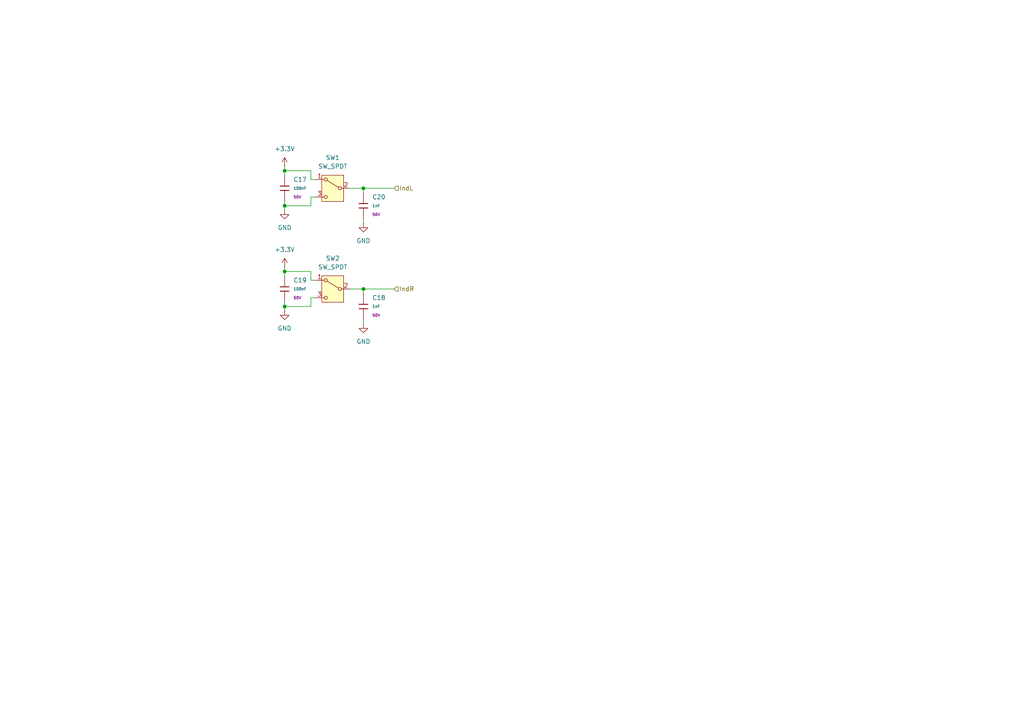
<source format=kicad_sch>
(kicad_sch
	(version 20250114)
	(generator "eeschema")
	(generator_version "9.0")
	(uuid "98d358b0-df4c-460e-af53-7151da8504d4")
	(paper "A4")
	(title_block
		(title "Indicator Switches")
		(date "2025-11-01")
		(rev "0")
		(company "Solar Energy Racers")
	)
	(lib_symbols
		(symbol "PCM_JLCPCB-Capacitors:0603,100nF"
			(pin_numbers
				(hide yes)
			)
			(pin_names
				(offset 0)
			)
			(exclude_from_sim no)
			(in_bom yes)
			(on_board yes)
			(property "Reference" "C"
				(at 2.032 1.668 0)
				(effects
					(font
						(size 1.27 1.27)
					)
					(justify left)
				)
			)
			(property "Value" "100nF"
				(at 2.032 -0.3782 0)
				(effects
					(font
						(size 0.8 0.8)
					)
					(justify left)
				)
			)
			(property "Footprint" "PCM_JLCPCB:C_0603"
				(at -1.778 0 90)
				(effects
					(font
						(size 1.27 1.27)
					)
					(hide yes)
				)
			)
			(property "Datasheet" "https://www.lcsc.com/datasheet/lcsc_datasheet_2211101700_YAGEO-CC0603KRX7R9BB104_C14663.pdf"
				(at 0 0 0)
				(effects
					(font
						(size 1.27 1.27)
					)
					(hide yes)
				)
			)
			(property "Description" "50V 100nF X7R ±10% 0603 Multilayer Ceramic Capacitors MLCC - SMD/SMT ROHS"
				(at 0 0 0)
				(effects
					(font
						(size 1.27 1.27)
					)
					(hide yes)
				)
			)
			(property "LCSC" "C14663"
				(at 0 0 0)
				(effects
					(font
						(size 1.27 1.27)
					)
					(hide yes)
				)
			)
			(property "Stock" "70324515"
				(at 0 0 0)
				(effects
					(font
						(size 1.27 1.27)
					)
					(hide yes)
				)
			)
			(property "Price" "0.006USD"
				(at 0 0 0)
				(effects
					(font
						(size 1.27 1.27)
					)
					(hide yes)
				)
			)
			(property "Process" "SMT"
				(at 0 0 0)
				(effects
					(font
						(size 1.27 1.27)
					)
					(hide yes)
				)
			)
			(property "Minimum Qty" "20"
				(at 0 0 0)
				(effects
					(font
						(size 1.27 1.27)
					)
					(hide yes)
				)
			)
			(property "Attrition Qty" "10"
				(at 0 0 0)
				(effects
					(font
						(size 1.27 1.27)
					)
					(hide yes)
				)
			)
			(property "Class" "Basic Component"
				(at 0 0 0)
				(effects
					(font
						(size 1.27 1.27)
					)
					(hide yes)
				)
			)
			(property "Category" "Capacitors,Multilayer Ceramic Capacitors MLCC - SMD/SMT"
				(at 0 0 0)
				(effects
					(font
						(size 1.27 1.27)
					)
					(hide yes)
				)
			)
			(property "Manufacturer" "YAGEO"
				(at 0 0 0)
				(effects
					(font
						(size 1.27 1.27)
					)
					(hide yes)
				)
			)
			(property "Part" "CC0603KRX7R9BB104"
				(at 0 0 0)
				(effects
					(font
						(size 1.27 1.27)
					)
					(hide yes)
				)
			)
			(property "Voltage Rated" "50V"
				(at 2.032 -2.0462 0)
				(effects
					(font
						(size 0.8 0.8)
					)
					(justify left)
				)
			)
			(property "Tolerance" "±10%"
				(at 0 0 0)
				(effects
					(font
						(size 1.27 1.27)
					)
					(hide yes)
				)
			)
			(property "Capacitance" "100nF"
				(at 0 0 0)
				(effects
					(font
						(size 1.27 1.27)
					)
					(hide yes)
				)
			)
			(property "Temperature Coefficient" "X7R"
				(at 0 0 0)
				(effects
					(font
						(size 1.27 1.27)
					)
					(hide yes)
				)
			)
			(property "ki_fp_filters" "C_*"
				(at 0 0 0)
				(effects
					(font
						(size 1.27 1.27)
					)
					(hide yes)
				)
			)
			(symbol "0603,100nF_0_1"
				(polyline
					(pts
						(xy -1.27 0.635) (xy 1.27 0.635)
					)
					(stroke
						(width 0.254)
						(type default)
					)
					(fill
						(type none)
					)
				)
				(polyline
					(pts
						(xy -1.27 -0.635) (xy 1.27 -0.635)
					)
					(stroke
						(width 0.254)
						(type default)
					)
					(fill
						(type none)
					)
				)
			)
			(symbol "0603,100nF_1_1"
				(pin passive line
					(at 0 3.81 270)
					(length 3.175)
					(name "~"
						(effects
							(font
								(size 1.27 1.27)
							)
						)
					)
					(number "1"
						(effects
							(font
								(size 1.27 1.27)
							)
						)
					)
				)
				(pin passive line
					(at 0 -3.81 90)
					(length 3.175)
					(name "~"
						(effects
							(font
								(size 1.27 1.27)
							)
						)
					)
					(number "2"
						(effects
							(font
								(size 1.27 1.27)
							)
						)
					)
				)
			)
			(embedded_fonts no)
		)
		(symbol "PCM_JLCPCB-Capacitors:0603,1nF"
			(pin_numbers
				(hide yes)
			)
			(pin_names
				(offset 0)
			)
			(exclude_from_sim no)
			(in_bom yes)
			(on_board yes)
			(property "Reference" "C"
				(at 2.032 1.668 0)
				(effects
					(font
						(size 1.27 1.27)
					)
					(justify left)
				)
			)
			(property "Value" "1nF"
				(at 2.032 -0.3782 0)
				(effects
					(font
						(size 0.8 0.8)
					)
					(justify left)
				)
			)
			(property "Footprint" "PCM_JLCPCB:C_0603"
				(at -1.778 0 90)
				(effects
					(font
						(size 1.27 1.27)
					)
					(hide yes)
				)
			)
			(property "Datasheet" "https://www.lcsc.com/datasheet/lcsc_datasheet_2304140030_Samsung-Electro-Mechanics-CL10B102KB8NNNC_C1588.pdf"
				(at 0 0 0)
				(effects
					(font
						(size 1.27 1.27)
					)
					(hide yes)
				)
			)
			(property "Description" "50V 1nF X7R ±10% 0603 Multilayer Ceramic Capacitors MLCC - SMD/SMT ROHS"
				(at 0 0 0)
				(effects
					(font
						(size 1.27 1.27)
					)
					(hide yes)
				)
			)
			(property "LCSC" "C1588"
				(at 0 0 0)
				(effects
					(font
						(size 1.27 1.27)
					)
					(hide yes)
				)
			)
			(property "Stock" "6068974"
				(at 0 0 0)
				(effects
					(font
						(size 1.27 1.27)
					)
					(hide yes)
				)
			)
			(property "Price" "0.006USD"
				(at 0 0 0)
				(effects
					(font
						(size 1.27 1.27)
					)
					(hide yes)
				)
			)
			(property "Process" "SMT"
				(at 0 0 0)
				(effects
					(font
						(size 1.27 1.27)
					)
					(hide yes)
				)
			)
			(property "Minimum Qty" "20"
				(at 0 0 0)
				(effects
					(font
						(size 1.27 1.27)
					)
					(hide yes)
				)
			)
			(property "Attrition Qty" "10"
				(at 0 0 0)
				(effects
					(font
						(size 1.27 1.27)
					)
					(hide yes)
				)
			)
			(property "Class" "Basic Component"
				(at 0 0 0)
				(effects
					(font
						(size 1.27 1.27)
					)
					(hide yes)
				)
			)
			(property "Category" "Capacitors,Multilayer Ceramic Capacitors MLCC - SMD/SMT"
				(at 0 0 0)
				(effects
					(font
						(size 1.27 1.27)
					)
					(hide yes)
				)
			)
			(property "Manufacturer" "Samsung Electro-Mechanics"
				(at 0 0 0)
				(effects
					(font
						(size 1.27 1.27)
					)
					(hide yes)
				)
			)
			(property "Part" "CL10B102KB8NNNC"
				(at 0 0 0)
				(effects
					(font
						(size 1.27 1.27)
					)
					(hide yes)
				)
			)
			(property "Voltage Rated" "50V"
				(at 2.032 -2.0462 0)
				(effects
					(font
						(size 0.8 0.8)
					)
					(justify left)
				)
			)
			(property "Tolerance" "±10%"
				(at 0 0 0)
				(effects
					(font
						(size 1.27 1.27)
					)
					(hide yes)
				)
			)
			(property "Capacitance" "1nF"
				(at 0 0 0)
				(effects
					(font
						(size 1.27 1.27)
					)
					(hide yes)
				)
			)
			(property "Temperature Coefficient" "X7R"
				(at 0 0 0)
				(effects
					(font
						(size 1.27 1.27)
					)
					(hide yes)
				)
			)
			(property "ki_fp_filters" "C_*"
				(at 0 0 0)
				(effects
					(font
						(size 1.27 1.27)
					)
					(hide yes)
				)
			)
			(symbol "0603,1nF_0_1"
				(polyline
					(pts
						(xy -1.27 0.635) (xy 1.27 0.635)
					)
					(stroke
						(width 0.254)
						(type default)
					)
					(fill
						(type none)
					)
				)
				(polyline
					(pts
						(xy -1.27 -0.635) (xy 1.27 -0.635)
					)
					(stroke
						(width 0.254)
						(type default)
					)
					(fill
						(type none)
					)
				)
			)
			(symbol "0603,1nF_1_1"
				(pin passive line
					(at 0 3.81 270)
					(length 3.175)
					(name "~"
						(effects
							(font
								(size 1.27 1.27)
							)
						)
					)
					(number "1"
						(effects
							(font
								(size 1.27 1.27)
							)
						)
					)
				)
				(pin passive line
					(at 0 -3.81 90)
					(length 3.175)
					(name "~"
						(effects
							(font
								(size 1.27 1.27)
							)
						)
					)
					(number "2"
						(effects
							(font
								(size 1.27 1.27)
							)
						)
					)
				)
			)
			(embedded_fonts no)
		)
		(symbol "Switch:SW_SPDT"
			(pin_names
				(offset 0)
				(hide yes)
			)
			(exclude_from_sim no)
			(in_bom yes)
			(on_board yes)
			(property "Reference" "SW"
				(at 0 5.08 0)
				(effects
					(font
						(size 1.27 1.27)
					)
				)
			)
			(property "Value" "SW_SPDT"
				(at 0 -5.08 0)
				(effects
					(font
						(size 1.27 1.27)
					)
				)
			)
			(property "Footprint" ""
				(at 0 0 0)
				(effects
					(font
						(size 1.27 1.27)
					)
					(hide yes)
				)
			)
			(property "Datasheet" "~"
				(at 0 -7.62 0)
				(effects
					(font
						(size 1.27 1.27)
					)
					(hide yes)
				)
			)
			(property "Description" "Switch, single pole double throw"
				(at 0 0 0)
				(effects
					(font
						(size 1.27 1.27)
					)
					(hide yes)
				)
			)
			(property "ki_keywords" "switch single-pole double-throw spdt ON-ON"
				(at 0 0 0)
				(effects
					(font
						(size 1.27 1.27)
					)
					(hide yes)
				)
			)
			(symbol "SW_SPDT_0_1"
				(circle
					(center -2.032 0)
					(radius 0.4572)
					(stroke
						(width 0)
						(type default)
					)
					(fill
						(type none)
					)
				)
				(polyline
					(pts
						(xy -1.651 0.254) (xy 1.651 2.286)
					)
					(stroke
						(width 0)
						(type default)
					)
					(fill
						(type none)
					)
				)
				(circle
					(center 2.032 2.54)
					(radius 0.4572)
					(stroke
						(width 0)
						(type default)
					)
					(fill
						(type none)
					)
				)
				(circle
					(center 2.032 -2.54)
					(radius 0.4572)
					(stroke
						(width 0)
						(type default)
					)
					(fill
						(type none)
					)
				)
			)
			(symbol "SW_SPDT_1_1"
				(rectangle
					(start -3.175 3.81)
					(end 3.175 -3.81)
					(stroke
						(width 0)
						(type default)
					)
					(fill
						(type background)
					)
				)
				(pin passive line
					(at -5.08 0 0)
					(length 2.54)
					(name "B"
						(effects
							(font
								(size 1.27 1.27)
							)
						)
					)
					(number "2"
						(effects
							(font
								(size 1.27 1.27)
							)
						)
					)
				)
				(pin passive line
					(at 5.08 2.54 180)
					(length 2.54)
					(name "A"
						(effects
							(font
								(size 1.27 1.27)
							)
						)
					)
					(number "1"
						(effects
							(font
								(size 1.27 1.27)
							)
						)
					)
				)
				(pin passive line
					(at 5.08 -2.54 180)
					(length 2.54)
					(name "C"
						(effects
							(font
								(size 1.27 1.27)
							)
						)
					)
					(number "3"
						(effects
							(font
								(size 1.27 1.27)
							)
						)
					)
				)
			)
			(embedded_fonts no)
		)
		(symbol "power:+3.3V"
			(power)
			(pin_numbers
				(hide yes)
			)
			(pin_names
				(offset 0)
				(hide yes)
			)
			(exclude_from_sim no)
			(in_bom yes)
			(on_board yes)
			(property "Reference" "#PWR"
				(at 0 -3.81 0)
				(effects
					(font
						(size 1.27 1.27)
					)
					(hide yes)
				)
			)
			(property "Value" "+3.3V"
				(at 0 3.556 0)
				(effects
					(font
						(size 1.27 1.27)
					)
				)
			)
			(property "Footprint" ""
				(at 0 0 0)
				(effects
					(font
						(size 1.27 1.27)
					)
					(hide yes)
				)
			)
			(property "Datasheet" ""
				(at 0 0 0)
				(effects
					(font
						(size 1.27 1.27)
					)
					(hide yes)
				)
			)
			(property "Description" "Power symbol creates a global label with name \"+3.3V\""
				(at 0 0 0)
				(effects
					(font
						(size 1.27 1.27)
					)
					(hide yes)
				)
			)
			(property "ki_keywords" "global power"
				(at 0 0 0)
				(effects
					(font
						(size 1.27 1.27)
					)
					(hide yes)
				)
			)
			(symbol "+3.3V_0_1"
				(polyline
					(pts
						(xy -0.762 1.27) (xy 0 2.54)
					)
					(stroke
						(width 0)
						(type default)
					)
					(fill
						(type none)
					)
				)
				(polyline
					(pts
						(xy 0 2.54) (xy 0.762 1.27)
					)
					(stroke
						(width 0)
						(type default)
					)
					(fill
						(type none)
					)
				)
				(polyline
					(pts
						(xy 0 0) (xy 0 2.54)
					)
					(stroke
						(width 0)
						(type default)
					)
					(fill
						(type none)
					)
				)
			)
			(symbol "+3.3V_1_1"
				(pin power_in line
					(at 0 0 90)
					(length 0)
					(name "~"
						(effects
							(font
								(size 1.27 1.27)
							)
						)
					)
					(number "1"
						(effects
							(font
								(size 1.27 1.27)
							)
						)
					)
				)
			)
			(embedded_fonts no)
		)
		(symbol "power:GND"
			(power)
			(pin_numbers
				(hide yes)
			)
			(pin_names
				(offset 0)
				(hide yes)
			)
			(exclude_from_sim no)
			(in_bom yes)
			(on_board yes)
			(property "Reference" "#PWR"
				(at 0 -6.35 0)
				(effects
					(font
						(size 1.27 1.27)
					)
					(hide yes)
				)
			)
			(property "Value" "GND"
				(at 0 -3.81 0)
				(effects
					(font
						(size 1.27 1.27)
					)
				)
			)
			(property "Footprint" ""
				(at 0 0 0)
				(effects
					(font
						(size 1.27 1.27)
					)
					(hide yes)
				)
			)
			(property "Datasheet" ""
				(at 0 0 0)
				(effects
					(font
						(size 1.27 1.27)
					)
					(hide yes)
				)
			)
			(property "Description" "Power symbol creates a global label with name \"GND\" , ground"
				(at 0 0 0)
				(effects
					(font
						(size 1.27 1.27)
					)
					(hide yes)
				)
			)
			(property "ki_keywords" "global power"
				(at 0 0 0)
				(effects
					(font
						(size 1.27 1.27)
					)
					(hide yes)
				)
			)
			(symbol "GND_0_1"
				(polyline
					(pts
						(xy 0 0) (xy 0 -1.27) (xy 1.27 -1.27) (xy 0 -2.54) (xy -1.27 -1.27) (xy 0 -1.27)
					)
					(stroke
						(width 0)
						(type default)
					)
					(fill
						(type none)
					)
				)
			)
			(symbol "GND_1_1"
				(pin power_in line
					(at 0 0 270)
					(length 0)
					(name "~"
						(effects
							(font
								(size 1.27 1.27)
							)
						)
					)
					(number "1"
						(effects
							(font
								(size 1.27 1.27)
							)
						)
					)
				)
			)
			(embedded_fonts no)
		)
	)
	(junction
		(at 82.55 49.53)
		(diameter 0)
		(color 0 0 0 0)
		(uuid "2cb5ab19-295c-4dff-9c2e-eb7af8f05b30")
	)
	(junction
		(at 82.55 59.69)
		(diameter 0)
		(color 0 0 0 0)
		(uuid "850c1884-6e9a-4784-82ce-c999e34ecbd2")
	)
	(junction
		(at 82.55 88.9)
		(diameter 0)
		(color 0 0 0 0)
		(uuid "c03482f2-7130-4576-8c2d-f486243a3162")
	)
	(junction
		(at 105.41 54.61)
		(diameter 0)
		(color 0 0 0 0)
		(uuid "cd367f38-0795-4293-94f2-ad751f1ef96a")
	)
	(junction
		(at 105.41 83.82)
		(diameter 0)
		(color 0 0 0 0)
		(uuid "d44e4b26-bcd4-47f4-a3e5-2a0e955a6ce2")
	)
	(junction
		(at 82.55 78.74)
		(diameter 0)
		(color 0 0 0 0)
		(uuid "db7ba3ea-2572-4dc1-a67d-8fb7d88d7a9b")
	)
	(wire
		(pts
			(xy 90.17 57.15) (xy 90.17 59.69)
		)
		(stroke
			(width 0)
			(type default)
		)
		(uuid "0a2c6074-4663-4fa8-b76c-da23c6b8957b")
	)
	(wire
		(pts
			(xy 90.17 49.53) (xy 82.55 49.53)
		)
		(stroke
			(width 0)
			(type default)
		)
		(uuid "15fc2667-ece2-442e-888b-0364c976ad03")
	)
	(wire
		(pts
			(xy 91.44 52.07) (xy 90.17 52.07)
		)
		(stroke
			(width 0)
			(type default)
		)
		(uuid "254025f6-e2b9-40d8-b0e9-5fce314fac7f")
	)
	(wire
		(pts
			(xy 101.6 83.82) (xy 105.41 83.82)
		)
		(stroke
			(width 0)
			(type default)
		)
		(uuid "2b5e0099-5bb4-4c31-be76-2e969d6e95ab")
	)
	(wire
		(pts
			(xy 82.55 87.63) (xy 82.55 88.9)
		)
		(stroke
			(width 0)
			(type default)
		)
		(uuid "2dd7c804-06cc-4aad-8410-aa6416879e44")
	)
	(wire
		(pts
			(xy 101.6 54.61) (xy 105.41 54.61)
		)
		(stroke
			(width 0)
			(type default)
		)
		(uuid "359c29c3-466b-498b-93d7-0e2cf4140562")
	)
	(wire
		(pts
			(xy 105.41 54.61) (xy 105.41 55.88)
		)
		(stroke
			(width 0)
			(type default)
		)
		(uuid "362dddea-3a52-4913-9eff-6f64a8e6b6c3")
	)
	(wire
		(pts
			(xy 90.17 81.28) (xy 90.17 78.74)
		)
		(stroke
			(width 0)
			(type default)
		)
		(uuid "39d5a17c-8e8e-45c7-ad4c-1b232d8e5d8e")
	)
	(wire
		(pts
			(xy 90.17 86.36) (xy 90.17 88.9)
		)
		(stroke
			(width 0)
			(type default)
		)
		(uuid "3f8a6618-3a6e-41c7-8998-683d079a24e6")
	)
	(wire
		(pts
			(xy 105.41 63.5) (xy 105.41 64.77)
		)
		(stroke
			(width 0)
			(type default)
		)
		(uuid "3fcfc5a8-f135-41cd-a20c-d79b842048e6")
	)
	(wire
		(pts
			(xy 105.41 83.82) (xy 105.41 85.09)
		)
		(stroke
			(width 0)
			(type default)
		)
		(uuid "482625f4-e155-4b7d-9f0c-6944879c1928")
	)
	(wire
		(pts
			(xy 82.55 58.42) (xy 82.55 59.69)
		)
		(stroke
			(width 0)
			(type default)
		)
		(uuid "550ff55d-ea4d-491a-a56e-0cff4e6f0666")
	)
	(wire
		(pts
			(xy 82.55 48.26) (xy 82.55 49.53)
		)
		(stroke
			(width 0)
			(type default)
		)
		(uuid "67f72451-88af-4b28-9f74-cd51e7bbbba2")
	)
	(wire
		(pts
			(xy 105.41 54.61) (xy 114.3 54.61)
		)
		(stroke
			(width 0)
			(type default)
		)
		(uuid "683740f0-5e1e-418f-9eed-35c4f0604f30")
	)
	(wire
		(pts
			(xy 82.55 78.74) (xy 82.55 80.01)
		)
		(stroke
			(width 0)
			(type default)
		)
		(uuid "68e6ebb6-16e4-4bf4-86b9-674c9c2d7dc6")
	)
	(wire
		(pts
			(xy 105.41 83.82) (xy 114.3 83.82)
		)
		(stroke
			(width 0)
			(type default)
		)
		(uuid "6ec4dc9a-c503-4120-af09-3a0504f891fd")
	)
	(wire
		(pts
			(xy 90.17 59.69) (xy 82.55 59.69)
		)
		(stroke
			(width 0)
			(type default)
		)
		(uuid "98bbca92-fd02-4299-9f85-c59fd73d713f")
	)
	(wire
		(pts
			(xy 82.55 77.47) (xy 82.55 78.74)
		)
		(stroke
			(width 0)
			(type default)
		)
		(uuid "ad159a97-2efc-4260-8a9a-babad1a9139c")
	)
	(wire
		(pts
			(xy 91.44 57.15) (xy 90.17 57.15)
		)
		(stroke
			(width 0)
			(type default)
		)
		(uuid "b6e3b2ce-f186-4027-8e19-76a4f26c824f")
	)
	(wire
		(pts
			(xy 90.17 88.9) (xy 82.55 88.9)
		)
		(stroke
			(width 0)
			(type default)
		)
		(uuid "b98fe547-928f-4c64-aca2-5173dc77f2b1")
	)
	(wire
		(pts
			(xy 82.55 49.53) (xy 82.55 50.8)
		)
		(stroke
			(width 0)
			(type default)
		)
		(uuid "b9a84a5c-6acf-42d8-92c5-43a84d72c66a")
	)
	(wire
		(pts
			(xy 91.44 86.36) (xy 90.17 86.36)
		)
		(stroke
			(width 0)
			(type default)
		)
		(uuid "bee3e1bb-e8b0-4b7b-a138-3a8d4fa2d8b4")
	)
	(wire
		(pts
			(xy 91.44 81.28) (xy 90.17 81.28)
		)
		(stroke
			(width 0)
			(type default)
		)
		(uuid "cad53d4c-346f-4788-b4a2-8a4575f599b1")
	)
	(wire
		(pts
			(xy 105.41 92.71) (xy 105.41 93.98)
		)
		(stroke
			(width 0)
			(type default)
		)
		(uuid "e002eeb4-c23c-4fe9-a646-30ebf2d1a798")
	)
	(wire
		(pts
			(xy 90.17 52.07) (xy 90.17 49.53)
		)
		(stroke
			(width 0)
			(type default)
		)
		(uuid "e1406b9c-0ba5-4277-b390-b6efb855980e")
	)
	(wire
		(pts
			(xy 90.17 78.74) (xy 82.55 78.74)
		)
		(stroke
			(width 0)
			(type default)
		)
		(uuid "e1e27636-8ed0-4935-a9ae-f4acafcfa233")
	)
	(wire
		(pts
			(xy 82.55 88.9) (xy 82.55 90.17)
		)
		(stroke
			(width 0)
			(type default)
		)
		(uuid "ec08e105-f0f5-4a33-b0ca-6fb7336bf539")
	)
	(wire
		(pts
			(xy 82.55 59.69) (xy 82.55 60.96)
		)
		(stroke
			(width 0)
			(type default)
		)
		(uuid "ed7c7544-67a1-4933-bbfb-dfdd4019aa58")
	)
	(hierarchical_label "IndL"
		(shape input)
		(at 114.3 54.61 0)
		(effects
			(font
				(size 1.27 1.27)
			)
			(justify left)
		)
		(uuid "53466cf5-de3f-40cd-9829-e8ab7ac1e84d")
	)
	(hierarchical_label "IndR"
		(shape input)
		(at 114.3 83.82 0)
		(effects
			(font
				(size 1.27 1.27)
			)
			(justify left)
		)
		(uuid "c1ac2b4e-9132-4437-97fe-91a070c129d8")
	)
	(symbol
		(lib_id "PCM_JLCPCB-Capacitors:0603,100nF")
		(at 82.55 54.61 0)
		(unit 1)
		(exclude_from_sim no)
		(in_bom yes)
		(on_board yes)
		(dnp no)
		(fields_autoplaced yes)
		(uuid "085a427c-afde-4f30-b0c2-648aca603c4f")
		(property "Reference" "C17"
			(at 85.09 52.0699 0)
			(effects
				(font
					(size 1.27 1.27)
				)
				(justify left)
			)
		)
		(property "Value" "100nF"
			(at 85.09 54.61 0)
			(effects
				(font
					(size 0.8 0.8)
				)
				(justify left)
			)
		)
		(property "Footprint" "PCM_JLCPCB:C_0603"
			(at 80.772 54.61 90)
			(effects
				(font
					(size 1.27 1.27)
				)
				(hide yes)
			)
		)
		(property "Datasheet" "https://www.lcsc.com/datasheet/lcsc_datasheet_2211101700_YAGEO-CC0603KRX7R9BB104_C14663.pdf"
			(at 82.55 54.61 0)
			(effects
				(font
					(size 1.27 1.27)
				)
				(hide yes)
			)
		)
		(property "Description" "50V 100nF X7R ±10% 0603 Multilayer Ceramic Capacitors MLCC - SMD/SMT ROHS"
			(at 82.55 54.61 0)
			(effects
				(font
					(size 1.27 1.27)
				)
				(hide yes)
			)
		)
		(property "LCSC" "C14663"
			(at 82.55 54.61 0)
			(effects
				(font
					(size 1.27 1.27)
				)
				(hide yes)
			)
		)
		(property "Stock" "70324515"
			(at 82.55 54.61 0)
			(effects
				(font
					(size 1.27 1.27)
				)
				(hide yes)
			)
		)
		(property "Price" "0.006USD"
			(at 82.55 54.61 0)
			(effects
				(font
					(size 1.27 1.27)
				)
				(hide yes)
			)
		)
		(property "Process" "SMT"
			(at 82.55 54.61 0)
			(effects
				(font
					(size 1.27 1.27)
				)
				(hide yes)
			)
		)
		(property "Minimum Qty" "20"
			(at 82.55 54.61 0)
			(effects
				(font
					(size 1.27 1.27)
				)
				(hide yes)
			)
		)
		(property "Attrition Qty" "10"
			(at 82.55 54.61 0)
			(effects
				(font
					(size 1.27 1.27)
				)
				(hide yes)
			)
		)
		(property "Class" "Basic Component"
			(at 82.55 54.61 0)
			(effects
				(font
					(size 1.27 1.27)
				)
				(hide yes)
			)
		)
		(property "Category" "Capacitors,Multilayer Ceramic Capacitors MLCC - SMD/SMT"
			(at 82.55 54.61 0)
			(effects
				(font
					(size 1.27 1.27)
				)
				(hide yes)
			)
		)
		(property "Manufacturer" "YAGEO"
			(at 82.55 54.61 0)
			(effects
				(font
					(size 1.27 1.27)
				)
				(hide yes)
			)
		)
		(property "Part" "CC0603KRX7R9BB104"
			(at 82.55 54.61 0)
			(effects
				(font
					(size 1.27 1.27)
				)
				(hide yes)
			)
		)
		(property "Voltage Rated" "50V"
			(at 85.09 57.15 0)
			(effects
				(font
					(size 0.8 0.8)
				)
				(justify left)
			)
		)
		(property "Tolerance" "±10%"
			(at 82.55 54.61 0)
			(effects
				(font
					(size 1.27 1.27)
				)
				(hide yes)
			)
		)
		(property "Capacitance" "100nF"
			(at 82.55 54.61 0)
			(effects
				(font
					(size 1.27 1.27)
				)
				(hide yes)
			)
		)
		(property "Temperature Coefficient" "X7R"
			(at 82.55 54.61 0)
			(effects
				(font
					(size 1.27 1.27)
				)
				(hide yes)
			)
		)
		(pin "1"
			(uuid "9c67149a-3a38-4536-89be-5ec56a857437")
		)
		(pin "2"
			(uuid "88f35478-4da1-42af-9065-e9ec492cf8d5")
		)
		(instances
			(project ""
				(path "/9544068f-39f5-4662-8d0e-f77047cf820d/9727e43e-2f51-45d9-b36b-b3f69f68309a"
					(reference "C17")
					(unit 1)
				)
			)
		)
	)
	(symbol
		(lib_id "PCM_JLCPCB-Capacitors:0603,1nF")
		(at 105.41 59.69 0)
		(unit 1)
		(exclude_from_sim no)
		(in_bom yes)
		(on_board yes)
		(dnp no)
		(fields_autoplaced yes)
		(uuid "46313955-74f7-4bd8-89a4-7150e1c64c6f")
		(property "Reference" "C20"
			(at 107.95 57.1499 0)
			(effects
				(font
					(size 1.27 1.27)
				)
				(justify left)
			)
		)
		(property "Value" "1nF"
			(at 107.95 59.69 0)
			(effects
				(font
					(size 0.8 0.8)
				)
				(justify left)
			)
		)
		(property "Footprint" "PCM_JLCPCB:C_0603"
			(at 103.632 59.69 90)
			(effects
				(font
					(size 1.27 1.27)
				)
				(hide yes)
			)
		)
		(property "Datasheet" "https://www.lcsc.com/datasheet/lcsc_datasheet_2304140030_Samsung-Electro-Mechanics-CL10B102KB8NNNC_C1588.pdf"
			(at 105.41 59.69 0)
			(effects
				(font
					(size 1.27 1.27)
				)
				(hide yes)
			)
		)
		(property "Description" "50V 1nF X7R ±10% 0603 Multilayer Ceramic Capacitors MLCC - SMD/SMT ROHS"
			(at 105.41 59.69 0)
			(effects
				(font
					(size 1.27 1.27)
				)
				(hide yes)
			)
		)
		(property "LCSC" "C1588"
			(at 105.41 59.69 0)
			(effects
				(font
					(size 1.27 1.27)
				)
				(hide yes)
			)
		)
		(property "Stock" "6068974"
			(at 105.41 59.69 0)
			(effects
				(font
					(size 1.27 1.27)
				)
				(hide yes)
			)
		)
		(property "Price" "0.006USD"
			(at 105.41 59.69 0)
			(effects
				(font
					(size 1.27 1.27)
				)
				(hide yes)
			)
		)
		(property "Process" "SMT"
			(at 105.41 59.69 0)
			(effects
				(font
					(size 1.27 1.27)
				)
				(hide yes)
			)
		)
		(property "Minimum Qty" "20"
			(at 105.41 59.69 0)
			(effects
				(font
					(size 1.27 1.27)
				)
				(hide yes)
			)
		)
		(property "Attrition Qty" "10"
			(at 105.41 59.69 0)
			(effects
				(font
					(size 1.27 1.27)
				)
				(hide yes)
			)
		)
		(property "Class" "Basic Component"
			(at 105.41 59.69 0)
			(effects
				(font
					(size 1.27 1.27)
				)
				(hide yes)
			)
		)
		(property "Category" "Capacitors,Multilayer Ceramic Capacitors MLCC - SMD/SMT"
			(at 105.41 59.69 0)
			(effects
				(font
					(size 1.27 1.27)
				)
				(hide yes)
			)
		)
		(property "Manufacturer" "Samsung Electro-Mechanics"
			(at 105.41 59.69 0)
			(effects
				(font
					(size 1.27 1.27)
				)
				(hide yes)
			)
		)
		(property "Part" "CL10B102KB8NNNC"
			(at 105.41 59.69 0)
			(effects
				(font
					(size 1.27 1.27)
				)
				(hide yes)
			)
		)
		(property "Voltage Rated" "50V"
			(at 107.95 62.23 0)
			(effects
				(font
					(size 0.8 0.8)
				)
				(justify left)
			)
		)
		(property "Tolerance" "±10%"
			(at 105.41 59.69 0)
			(effects
				(font
					(size 1.27 1.27)
				)
				(hide yes)
			)
		)
		(property "Capacitance" "1nF"
			(at 105.41 59.69 0)
			(effects
				(font
					(size 1.27 1.27)
				)
				(hide yes)
			)
		)
		(property "Temperature Coefficient" "X7R"
			(at 105.41 59.69 0)
			(effects
				(font
					(size 1.27 1.27)
				)
				(hide yes)
			)
		)
		(pin "1"
			(uuid "0ae6dfbc-d073-4541-a08b-425520c26e12")
		)
		(pin "2"
			(uuid "2fa27dca-59f3-4007-9b0a-3fbd9e2be336")
		)
		(instances
			(project ""
				(path "/9544068f-39f5-4662-8d0e-f77047cf820d/9727e43e-2f51-45d9-b36b-b3f69f68309a"
					(reference "C20")
					(unit 1)
				)
			)
		)
	)
	(symbol
		(lib_id "PCM_JLCPCB-Capacitors:0603,1nF")
		(at 105.41 88.9 0)
		(unit 1)
		(exclude_from_sim no)
		(in_bom yes)
		(on_board yes)
		(dnp no)
		(fields_autoplaced yes)
		(uuid "49afca42-130e-41cd-8f09-df8721e2f1ba")
		(property "Reference" "C18"
			(at 107.95 86.3599 0)
			(effects
				(font
					(size 1.27 1.27)
				)
				(justify left)
			)
		)
		(property "Value" "1nF"
			(at 107.95 88.9 0)
			(effects
				(font
					(size 0.8 0.8)
				)
				(justify left)
			)
		)
		(property "Footprint" "PCM_JLCPCB:C_0603"
			(at 103.632 88.9 90)
			(effects
				(font
					(size 1.27 1.27)
				)
				(hide yes)
			)
		)
		(property "Datasheet" "https://www.lcsc.com/datasheet/lcsc_datasheet_2304140030_Samsung-Electro-Mechanics-CL10B102KB8NNNC_C1588.pdf"
			(at 105.41 88.9 0)
			(effects
				(font
					(size 1.27 1.27)
				)
				(hide yes)
			)
		)
		(property "Description" "50V 1nF X7R ±10% 0603 Multilayer Ceramic Capacitors MLCC - SMD/SMT ROHS"
			(at 105.41 88.9 0)
			(effects
				(font
					(size 1.27 1.27)
				)
				(hide yes)
			)
		)
		(property "LCSC" "C1588"
			(at 105.41 88.9 0)
			(effects
				(font
					(size 1.27 1.27)
				)
				(hide yes)
			)
		)
		(property "Stock" "6068974"
			(at 105.41 88.9 0)
			(effects
				(font
					(size 1.27 1.27)
				)
				(hide yes)
			)
		)
		(property "Price" "0.006USD"
			(at 105.41 88.9 0)
			(effects
				(font
					(size 1.27 1.27)
				)
				(hide yes)
			)
		)
		(property "Process" "SMT"
			(at 105.41 88.9 0)
			(effects
				(font
					(size 1.27 1.27)
				)
				(hide yes)
			)
		)
		(property "Minimum Qty" "20"
			(at 105.41 88.9 0)
			(effects
				(font
					(size 1.27 1.27)
				)
				(hide yes)
			)
		)
		(property "Attrition Qty" "10"
			(at 105.41 88.9 0)
			(effects
				(font
					(size 1.27 1.27)
				)
				(hide yes)
			)
		)
		(property "Class" "Basic Component"
			(at 105.41 88.9 0)
			(effects
				(font
					(size 1.27 1.27)
				)
				(hide yes)
			)
		)
		(property "Category" "Capacitors,Multilayer Ceramic Capacitors MLCC - SMD/SMT"
			(at 105.41 88.9 0)
			(effects
				(font
					(size 1.27 1.27)
				)
				(hide yes)
			)
		)
		(property "Manufacturer" "Samsung Electro-Mechanics"
			(at 105.41 88.9 0)
			(effects
				(font
					(size 1.27 1.27)
				)
				(hide yes)
			)
		)
		(property "Part" "CL10B102KB8NNNC"
			(at 105.41 88.9 0)
			(effects
				(font
					(size 1.27 1.27)
				)
				(hide yes)
			)
		)
		(property "Voltage Rated" "50V"
			(at 107.95 91.44 0)
			(effects
				(font
					(size 0.8 0.8)
				)
				(justify left)
			)
		)
		(property "Tolerance" "±10%"
			(at 105.41 88.9 0)
			(effects
				(font
					(size 1.27 1.27)
				)
				(hide yes)
			)
		)
		(property "Capacitance" "1nF"
			(at 105.41 88.9 0)
			(effects
				(font
					(size 1.27 1.27)
				)
				(hide yes)
			)
		)
		(property "Temperature Coefficient" "X7R"
			(at 105.41 88.9 0)
			(effects
				(font
					(size 1.27 1.27)
				)
				(hide yes)
			)
		)
		(pin "1"
			(uuid "0ae6dfbc-d073-4541-a08b-425520c26e13")
		)
		(pin "2"
			(uuid "2fa27dca-59f3-4007-9b0a-3fbd9e2be337")
		)
		(instances
			(project ""
				(path "/9544068f-39f5-4662-8d0e-f77047cf820d/9727e43e-2f51-45d9-b36b-b3f69f68309a"
					(reference "C18")
					(unit 1)
				)
			)
		)
	)
	(symbol
		(lib_id "power:GND")
		(at 105.41 64.77 0)
		(unit 1)
		(exclude_from_sim no)
		(in_bom yes)
		(on_board yes)
		(dnp no)
		(fields_autoplaced yes)
		(uuid "51b36792-5ca1-499c-a12e-b5a3e5d03138")
		(property "Reference" "#PWR074"
			(at 105.41 71.12 0)
			(effects
				(font
					(size 1.27 1.27)
				)
				(hide yes)
			)
		)
		(property "Value" "GND"
			(at 105.41 69.85 0)
			(effects
				(font
					(size 1.27 1.27)
				)
			)
		)
		(property "Footprint" ""
			(at 105.41 64.77 0)
			(effects
				(font
					(size 1.27 1.27)
				)
				(hide yes)
			)
		)
		(property "Datasheet" ""
			(at 105.41 64.77 0)
			(effects
				(font
					(size 1.27 1.27)
				)
				(hide yes)
			)
		)
		(property "Description" "Power symbol creates a global label with name \"GND\" , ground"
			(at 105.41 64.77 0)
			(effects
				(font
					(size 1.27 1.27)
				)
				(hide yes)
			)
		)
		(pin "1"
			(uuid "cbfa73cf-d8ab-4c38-a9fd-ac1f2ba39c28")
		)
		(instances
			(project "AuxController"
				(path "/9544068f-39f5-4662-8d0e-f77047cf820d/9727e43e-2f51-45d9-b36b-b3f69f68309a"
					(reference "#PWR074")
					(unit 1)
				)
			)
		)
	)
	(symbol
		(lib_id "power:GND")
		(at 82.55 90.17 0)
		(unit 1)
		(exclude_from_sim no)
		(in_bom yes)
		(on_board yes)
		(dnp no)
		(fields_autoplaced yes)
		(uuid "52fd5463-9ed7-4e29-a203-340c926c34e1")
		(property "Reference" "#PWR076"
			(at 82.55 96.52 0)
			(effects
				(font
					(size 1.27 1.27)
				)
				(hide yes)
			)
		)
		(property "Value" "GND"
			(at 82.55 95.25 0)
			(effects
				(font
					(size 1.27 1.27)
				)
			)
		)
		(property "Footprint" ""
			(at 82.55 90.17 0)
			(effects
				(font
					(size 1.27 1.27)
				)
				(hide yes)
			)
		)
		(property "Datasheet" ""
			(at 82.55 90.17 0)
			(effects
				(font
					(size 1.27 1.27)
				)
				(hide yes)
			)
		)
		(property "Description" "Power symbol creates a global label with name \"GND\" , ground"
			(at 82.55 90.17 0)
			(effects
				(font
					(size 1.27 1.27)
				)
				(hide yes)
			)
		)
		(pin "1"
			(uuid "d4a201f5-1024-451e-b0d5-d091dc6f66e3")
		)
		(instances
			(project "AuxController"
				(path "/9544068f-39f5-4662-8d0e-f77047cf820d/9727e43e-2f51-45d9-b36b-b3f69f68309a"
					(reference "#PWR076")
					(unit 1)
				)
			)
		)
	)
	(symbol
		(lib_id "power:GND")
		(at 105.41 93.98 0)
		(unit 1)
		(exclude_from_sim no)
		(in_bom yes)
		(on_board yes)
		(dnp no)
		(fields_autoplaced yes)
		(uuid "5aaf39e3-87af-4a28-8215-3ba266dd141a")
		(property "Reference" "#PWR077"
			(at 105.41 100.33 0)
			(effects
				(font
					(size 1.27 1.27)
				)
				(hide yes)
			)
		)
		(property "Value" "GND"
			(at 105.41 99.06 0)
			(effects
				(font
					(size 1.27 1.27)
				)
			)
		)
		(property "Footprint" ""
			(at 105.41 93.98 0)
			(effects
				(font
					(size 1.27 1.27)
				)
				(hide yes)
			)
		)
		(property "Datasheet" ""
			(at 105.41 93.98 0)
			(effects
				(font
					(size 1.27 1.27)
				)
				(hide yes)
			)
		)
		(property "Description" "Power symbol creates a global label with name \"GND\" , ground"
			(at 105.41 93.98 0)
			(effects
				(font
					(size 1.27 1.27)
				)
				(hide yes)
			)
		)
		(pin "1"
			(uuid "7f5715a9-0d91-4dab-86dd-3207e621c8b1")
		)
		(instances
			(project "AuxController"
				(path "/9544068f-39f5-4662-8d0e-f77047cf820d/9727e43e-2f51-45d9-b36b-b3f69f68309a"
					(reference "#PWR077")
					(unit 1)
				)
			)
		)
	)
	(symbol
		(lib_id "PCM_JLCPCB-Capacitors:0603,100nF")
		(at 82.55 83.82 0)
		(unit 1)
		(exclude_from_sim no)
		(in_bom yes)
		(on_board yes)
		(dnp no)
		(fields_autoplaced yes)
		(uuid "6ccce8d0-4a67-4338-a72a-5e8d0f5647ff")
		(property "Reference" "C19"
			(at 85.09 81.2799 0)
			(effects
				(font
					(size 1.27 1.27)
				)
				(justify left)
			)
		)
		(property "Value" "100nF"
			(at 85.09 83.82 0)
			(effects
				(font
					(size 0.8 0.8)
				)
				(justify left)
			)
		)
		(property "Footprint" "PCM_JLCPCB:C_0603"
			(at 80.772 83.82 90)
			(effects
				(font
					(size 1.27 1.27)
				)
				(hide yes)
			)
		)
		(property "Datasheet" "https://www.lcsc.com/datasheet/lcsc_datasheet_2211101700_YAGEO-CC0603KRX7R9BB104_C14663.pdf"
			(at 82.55 83.82 0)
			(effects
				(font
					(size 1.27 1.27)
				)
				(hide yes)
			)
		)
		(property "Description" "50V 100nF X7R ±10% 0603 Multilayer Ceramic Capacitors MLCC - SMD/SMT ROHS"
			(at 82.55 83.82 0)
			(effects
				(font
					(size 1.27 1.27)
				)
				(hide yes)
			)
		)
		(property "LCSC" "C14663"
			(at 82.55 83.82 0)
			(effects
				(font
					(size 1.27 1.27)
				)
				(hide yes)
			)
		)
		(property "Stock" "70324515"
			(at 82.55 83.82 0)
			(effects
				(font
					(size 1.27 1.27)
				)
				(hide yes)
			)
		)
		(property "Price" "0.006USD"
			(at 82.55 83.82 0)
			(effects
				(font
					(size 1.27 1.27)
				)
				(hide yes)
			)
		)
		(property "Process" "SMT"
			(at 82.55 83.82 0)
			(effects
				(font
					(size 1.27 1.27)
				)
				(hide yes)
			)
		)
		(property "Minimum Qty" "20"
			(at 82.55 83.82 0)
			(effects
				(font
					(size 1.27 1.27)
				)
				(hide yes)
			)
		)
		(property "Attrition Qty" "10"
			(at 82.55 83.82 0)
			(effects
				(font
					(size 1.27 1.27)
				)
				(hide yes)
			)
		)
		(property "Class" "Basic Component"
			(at 82.55 83.82 0)
			(effects
				(font
					(size 1.27 1.27)
				)
				(hide yes)
			)
		)
		(property "Category" "Capacitors,Multilayer Ceramic Capacitors MLCC - SMD/SMT"
			(at 82.55 83.82 0)
			(effects
				(font
					(size 1.27 1.27)
				)
				(hide yes)
			)
		)
		(property "Manufacturer" "YAGEO"
			(at 82.55 83.82 0)
			(effects
				(font
					(size 1.27 1.27)
				)
				(hide yes)
			)
		)
		(property "Part" "CC0603KRX7R9BB104"
			(at 82.55 83.82 0)
			(effects
				(font
					(size 1.27 1.27)
				)
				(hide yes)
			)
		)
		(property "Voltage Rated" "50V"
			(at 85.09 86.36 0)
			(effects
				(font
					(size 0.8 0.8)
				)
				(justify left)
			)
		)
		(property "Tolerance" "±10%"
			(at 82.55 83.82 0)
			(effects
				(font
					(size 1.27 1.27)
				)
				(hide yes)
			)
		)
		(property "Capacitance" "100nF"
			(at 82.55 83.82 0)
			(effects
				(font
					(size 1.27 1.27)
				)
				(hide yes)
			)
		)
		(property "Temperature Coefficient" "X7R"
			(at 82.55 83.82 0)
			(effects
				(font
					(size 1.27 1.27)
				)
				(hide yes)
			)
		)
		(pin "1"
			(uuid "fce39af6-cf3f-489c-99c4-ba4a71a0380d")
		)
		(pin "2"
			(uuid "53713166-0ab1-4600-b987-55a343220b26")
		)
		(instances
			(project "AuxController"
				(path "/9544068f-39f5-4662-8d0e-f77047cf820d/9727e43e-2f51-45d9-b36b-b3f69f68309a"
					(reference "C19")
					(unit 1)
				)
			)
		)
	)
	(symbol
		(lib_id "power:+3.3V")
		(at 82.55 48.26 0)
		(unit 1)
		(exclude_from_sim no)
		(in_bom yes)
		(on_board yes)
		(dnp no)
		(fields_autoplaced yes)
		(uuid "6f913334-9d1e-49e9-847d-e31463b71bd3")
		(property "Reference" "#PWR072"
			(at 82.55 52.07 0)
			(effects
				(font
					(size 1.27 1.27)
				)
				(hide yes)
			)
		)
		(property "Value" "+3.3V"
			(at 82.55 43.18 0)
			(effects
				(font
					(size 1.27 1.27)
				)
			)
		)
		(property "Footprint" ""
			(at 82.55 48.26 0)
			(effects
				(font
					(size 1.27 1.27)
				)
				(hide yes)
			)
		)
		(property "Datasheet" ""
			(at 82.55 48.26 0)
			(effects
				(font
					(size 1.27 1.27)
				)
				(hide yes)
			)
		)
		(property "Description" "Power symbol creates a global label with name \"+3.3V\""
			(at 82.55 48.26 0)
			(effects
				(font
					(size 1.27 1.27)
				)
				(hide yes)
			)
		)
		(pin "1"
			(uuid "76c60a4d-2b72-481b-a17c-f93e4fee5e9b")
		)
		(instances
			(project "AuxController"
				(path "/9544068f-39f5-4662-8d0e-f77047cf820d/9727e43e-2f51-45d9-b36b-b3f69f68309a"
					(reference "#PWR072")
					(unit 1)
				)
			)
		)
	)
	(symbol
		(lib_id "Switch:SW_SPDT")
		(at 96.52 83.82 0)
		(mirror y)
		(unit 1)
		(exclude_from_sim no)
		(in_bom yes)
		(on_board yes)
		(dnp no)
		(uuid "a12a4193-b292-4d75-831c-f0f3e84deed1")
		(property "Reference" "SW2"
			(at 96.52 74.93 0)
			(effects
				(font
					(size 1.27 1.27)
				)
			)
		)
		(property "Value" "SW_SPDT"
			(at 96.52 77.47 0)
			(effects
				(font
					(size 1.27 1.27)
				)
			)
		)
		(property "Footprint" "Connector_PinHeader_2.54mm:PinHeader_1x03_P2.54mm_Vertical"
			(at 96.52 83.82 0)
			(effects
				(font
					(size 1.27 1.27)
				)
				(hide yes)
			)
		)
		(property "Datasheet" "~"
			(at 96.52 91.44 0)
			(effects
				(font
					(size 1.27 1.27)
				)
				(hide yes)
			)
		)
		(property "Description" "Switch, single pole double throw"
			(at 96.52 83.82 0)
			(effects
				(font
					(size 1.27 1.27)
				)
				(hide yes)
			)
		)
		(pin "2"
			(uuid "81d532ed-c0f3-4d26-b9a9-9d7e642934d8")
		)
		(pin "3"
			(uuid "dc017bd0-a935-4335-8325-a9d7adb18d40")
		)
		(pin "1"
			(uuid "08d6d1fd-d9a2-4acc-87bc-eba88f8e46d5")
		)
		(instances
			(project "AuxController"
				(path "/9544068f-39f5-4662-8d0e-f77047cf820d/9727e43e-2f51-45d9-b36b-b3f69f68309a"
					(reference "SW2")
					(unit 1)
				)
			)
		)
	)
	(symbol
		(lib_id "power:+3.3V")
		(at 82.55 77.47 0)
		(unit 1)
		(exclude_from_sim no)
		(in_bom yes)
		(on_board yes)
		(dnp no)
		(fields_autoplaced yes)
		(uuid "be9e546e-3d25-4c88-9507-24a4053f0376")
		(property "Reference" "#PWR075"
			(at 82.55 81.28 0)
			(effects
				(font
					(size 1.27 1.27)
				)
				(hide yes)
			)
		)
		(property "Value" "+3.3V"
			(at 82.55 72.39 0)
			(effects
				(font
					(size 1.27 1.27)
				)
			)
		)
		(property "Footprint" ""
			(at 82.55 77.47 0)
			(effects
				(font
					(size 1.27 1.27)
				)
				(hide yes)
			)
		)
		(property "Datasheet" ""
			(at 82.55 77.47 0)
			(effects
				(font
					(size 1.27 1.27)
				)
				(hide yes)
			)
		)
		(property "Description" "Power symbol creates a global label with name \"+3.3V\""
			(at 82.55 77.47 0)
			(effects
				(font
					(size 1.27 1.27)
				)
				(hide yes)
			)
		)
		(pin "1"
			(uuid "2e7e4c0d-b631-497d-8b9b-ced6bcdb695d")
		)
		(instances
			(project "AuxController"
				(path "/9544068f-39f5-4662-8d0e-f77047cf820d/9727e43e-2f51-45d9-b36b-b3f69f68309a"
					(reference "#PWR075")
					(unit 1)
				)
			)
		)
	)
	(symbol
		(lib_id "Switch:SW_SPDT")
		(at 96.52 54.61 0)
		(mirror y)
		(unit 1)
		(exclude_from_sim no)
		(in_bom yes)
		(on_board yes)
		(dnp no)
		(uuid "e455f6a7-e292-4260-bc4a-18cfdb28e981")
		(property "Reference" "SW1"
			(at 96.52 45.72 0)
			(effects
				(font
					(size 1.27 1.27)
				)
			)
		)
		(property "Value" "SW_SPDT"
			(at 96.52 48.26 0)
			(effects
				(font
					(size 1.27 1.27)
				)
			)
		)
		(property "Footprint" "Connector_PinHeader_2.54mm:PinHeader_1x03_P2.54mm_Vertical"
			(at 96.52 54.61 0)
			(effects
				(font
					(size 1.27 1.27)
				)
				(hide yes)
			)
		)
		(property "Datasheet" "~"
			(at 96.52 62.23 0)
			(effects
				(font
					(size 1.27 1.27)
				)
				(hide yes)
			)
		)
		(property "Description" "Switch, single pole double throw"
			(at 96.52 54.61 0)
			(effects
				(font
					(size 1.27 1.27)
				)
				(hide yes)
			)
		)
		(pin "2"
			(uuid "0fa2b1b5-8160-481e-8152-44a559b2b990")
		)
		(pin "3"
			(uuid "432e917e-9873-4908-9ddd-dce8d654c3ae")
		)
		(pin "1"
			(uuid "bff7aee1-0d3b-4a5a-9946-05c50475d8cd")
		)
		(instances
			(project ""
				(path "/9544068f-39f5-4662-8d0e-f77047cf820d/9727e43e-2f51-45d9-b36b-b3f69f68309a"
					(reference "SW1")
					(unit 1)
				)
			)
		)
	)
	(symbol
		(lib_id "power:GND")
		(at 82.55 60.96 0)
		(unit 1)
		(exclude_from_sim no)
		(in_bom yes)
		(on_board yes)
		(dnp no)
		(fields_autoplaced yes)
		(uuid "fb9695bb-2ded-4954-93df-e4df5b1c88a5")
		(property "Reference" "#PWR073"
			(at 82.55 67.31 0)
			(effects
				(font
					(size 1.27 1.27)
				)
				(hide yes)
			)
		)
		(property "Value" "GND"
			(at 82.55 66.04 0)
			(effects
				(font
					(size 1.27 1.27)
				)
			)
		)
		(property "Footprint" ""
			(at 82.55 60.96 0)
			(effects
				(font
					(size 1.27 1.27)
				)
				(hide yes)
			)
		)
		(property "Datasheet" ""
			(at 82.55 60.96 0)
			(effects
				(font
					(size 1.27 1.27)
				)
				(hide yes)
			)
		)
		(property "Description" "Power symbol creates a global label with name \"GND\" , ground"
			(at 82.55 60.96 0)
			(effects
				(font
					(size 1.27 1.27)
				)
				(hide yes)
			)
		)
		(pin "1"
			(uuid "ebd1d971-85a9-4c65-a919-cbd8d3c2cfaa")
		)
		(instances
			(project ""
				(path "/9544068f-39f5-4662-8d0e-f77047cf820d/9727e43e-2f51-45d9-b36b-b3f69f68309a"
					(reference "#PWR073")
					(unit 1)
				)
			)
		)
	)
)

</source>
